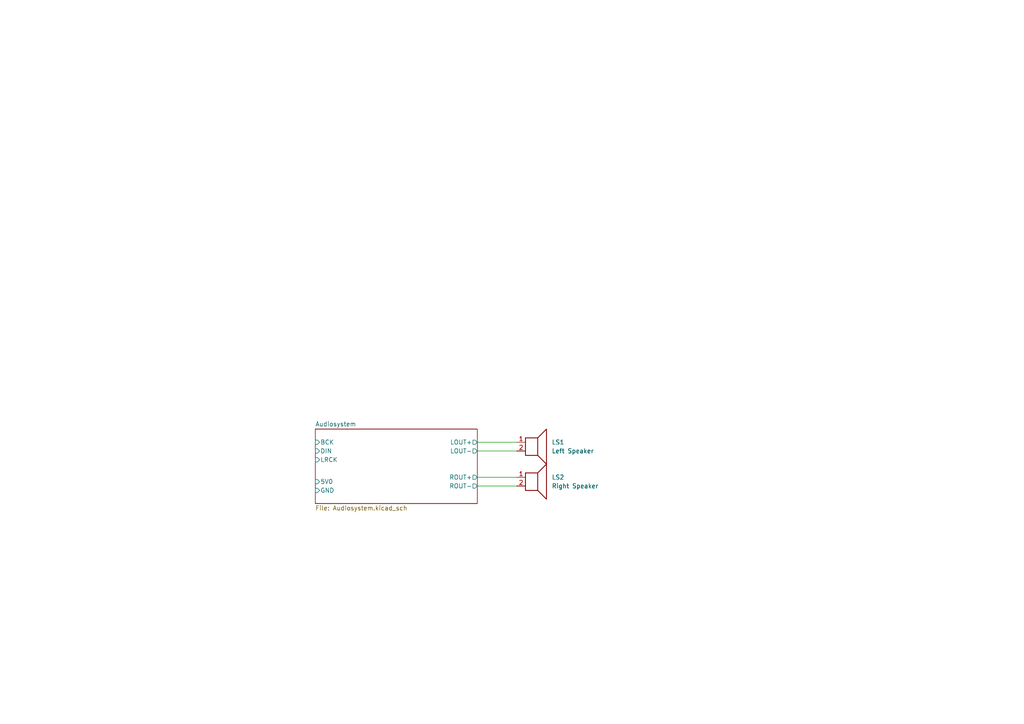
<source format=kicad_sch>
(kicad_sch (version 20250114) (generator "eeschema") (generator_version "9.0")
  (paper "A4")
  (title_block (title "Audiosystem") (date "2025-02-21"))
  (lib_symbols
    (symbol "Device:Speaker" (pin_names (offset 0) (hide yes))
      (property "Reference" "LS" (at 1.27 5.715 0))
      (property "Value" "Speaker" (at 1.27 3.81 0))
      (symbol "Speaker_0_0"
        (rectangle (start -2.54 1.27) (end 1.016 -3.81) (stroke (width 0.254)))
        (polyline (pts (xy 1.016 1.27) (xy 3.556 3.81) (xy 3.556 -6.35) (xy 1.016 -3.81)) (stroke (width 0.254)))
      )
      (symbol "Speaker_1_1"
        (pin input line (at -5.08 0 0) (length 2.54) (name "1") (number "1"))
        (pin input line (at -5.08 -2.54 0) (length 2.54) (name "2") (number "2"))
      )
    )
  )
  (wire (pts (xy 138.43 130.81) (xy 149.86 130.81)))
  (wire (pts (xy 138.43 128.27) (xy 149.86 128.27)))
  (wire (pts (xy 138.43 140.97) (xy 149.86 140.97)))
  (wire (pts (xy 138.43 138.43) (xy 149.86 138.43)))
  (symbol (lib_id "Device:Speaker") (at 154.94 128.27 0) (unit 1)
    (property "Reference" "LS1" (at 160.02 128.2699 0) (effects (justify left)))
    (property "Value" "Left Speaker" (at 160.02 130.8099 0) (effects (justify left)))
    (property "Description" "Speaker" (effects (hide yes)))
  )
  (symbol (lib_id "Device:Speaker") (at 154.94 138.43 0) (unit 1)
    (property "Reference" "LS2" (at 160.02 138.4299 0) (effects (justify left)))
    (property "Value" "Right Speaker" (at 160.02 140.9699 0) (effects (justify left)))
    (property "Description" "Speaker" (effects (hide yes)))
  )
  (sheet (at 91.44 124.46) (size 46.99 21.59) (stroke (width 0.1524))
    (property "Sheetname" "Audiosystem" (at 91.44 123.7484 0) (effects (justify left bottom)))
    (property "Sheetfile" "Audiosystem.kicad_sch" (at 91.44 146.6346 0) (effects (justify left top)))
    (pin "BCK" input (at 91.44 128.27 180))
    (pin "DIN" input (at 91.44 130.81 180))
    (pin "LOUT+" output (at 138.43 128.27 0))
    (pin "LOUT-" output (at 138.43 130.81 0))
    (pin "LRCK" input (at 91.44 133.35 180))
    (pin "ROUT+" output (at 138.43 138.43 0))
    (pin "ROUT-" output (at 138.43 140.97 0))
    (pin "5V0" input (at 91.44 139.7 180))
    (pin "GND" input (at 91.44 142.24 180))
  )
)
</source>
